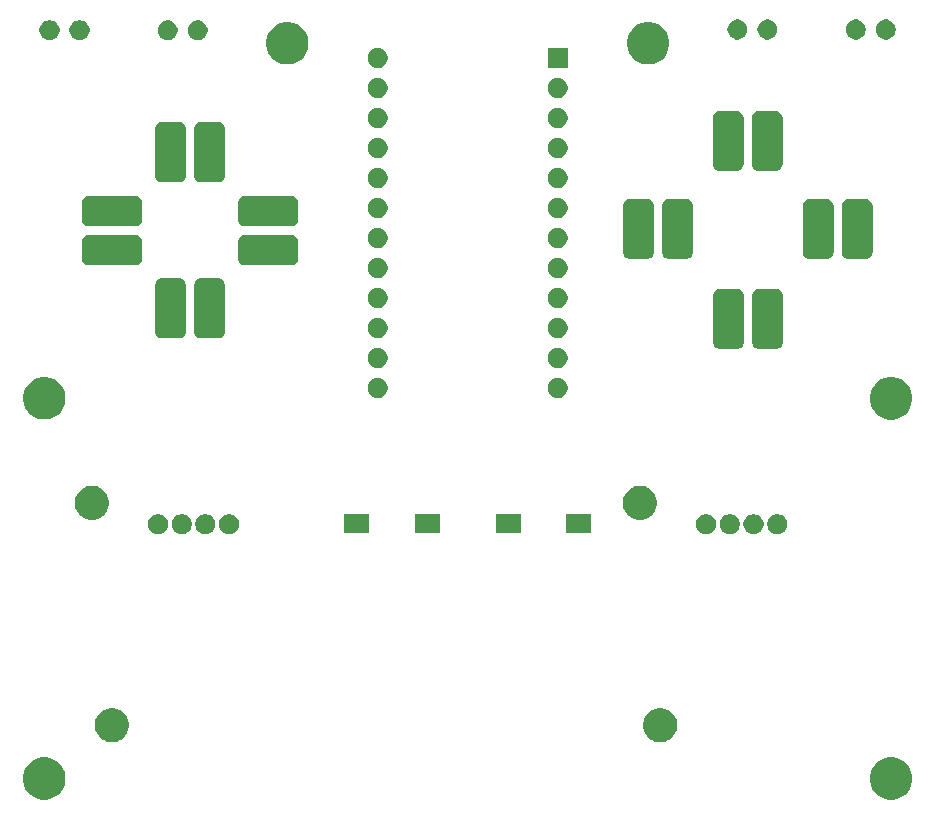
<source format=gbr>
G04 #@! TF.GenerationSoftware,KiCad,Pcbnew,5.0.2+dfsg1-1~bpo9+1*
G04 #@! TF.CreationDate,2019-08-16T14:47:34+01:00*
G04 #@! TF.ProjectId,retro_zero+a_controller,72657472-6f5f-47a6-9572-6f2b615f636f,rev?*
G04 #@! TF.SameCoordinates,Original*
G04 #@! TF.FileFunction,Soldermask,Top*
G04 #@! TF.FilePolarity,Negative*
%FSLAX46Y46*%
G04 Gerber Fmt 4.6, Leading zero omitted, Abs format (unit mm)*
G04 Created by KiCad (PCBNEW 5.0.2+dfsg1-1~bpo9+1) date Fri 16 Aug 2019 14:47:34 BST*
%MOMM*%
%LPD*%
G01*
G04 APERTURE LIST*
%ADD10C,0.100000*%
G04 APERTURE END LIST*
D10*
G36*
X169511531Y-121394711D02*
X169839292Y-121530474D01*
X170134273Y-121727574D01*
X170385126Y-121978427D01*
X170582226Y-122273408D01*
X170717989Y-122601169D01*
X170787200Y-122949116D01*
X170787200Y-123303884D01*
X170717989Y-123651831D01*
X170582226Y-123979592D01*
X170385126Y-124274573D01*
X170134273Y-124525426D01*
X169839292Y-124722526D01*
X169511531Y-124858289D01*
X169163584Y-124927500D01*
X168808816Y-124927500D01*
X168460869Y-124858289D01*
X168133108Y-124722526D01*
X167838127Y-124525426D01*
X167587274Y-124274573D01*
X167390174Y-123979592D01*
X167254411Y-123651831D01*
X167185200Y-123303884D01*
X167185200Y-122949116D01*
X167254411Y-122601169D01*
X167390174Y-122273408D01*
X167587274Y-121978427D01*
X167838127Y-121727574D01*
X168133108Y-121530474D01*
X168460869Y-121394711D01*
X168808816Y-121325500D01*
X169163584Y-121325500D01*
X169511531Y-121394711D01*
X169511531Y-121394711D01*
G37*
G36*
X97807331Y-121394711D02*
X98135092Y-121530474D01*
X98430073Y-121727574D01*
X98680926Y-121978427D01*
X98878026Y-122273408D01*
X99013789Y-122601169D01*
X99083000Y-122949116D01*
X99083000Y-123303884D01*
X99013789Y-123651831D01*
X98878026Y-123979592D01*
X98680926Y-124274573D01*
X98430073Y-124525426D01*
X98135092Y-124722526D01*
X97807331Y-124858289D01*
X97459384Y-124927500D01*
X97104616Y-124927500D01*
X96756669Y-124858289D01*
X96428908Y-124722526D01*
X96133927Y-124525426D01*
X95883074Y-124274573D01*
X95685974Y-123979592D01*
X95550211Y-123651831D01*
X95481000Y-123303884D01*
X95481000Y-122949116D01*
X95550211Y-122601169D01*
X95685974Y-122273408D01*
X95883074Y-121978427D01*
X96133927Y-121727574D01*
X96428908Y-121530474D01*
X96756669Y-121394711D01*
X97104616Y-121325500D01*
X97459384Y-121325500D01*
X97807331Y-121394711D01*
X97807331Y-121394711D01*
G37*
G36*
X149851438Y-117210060D02*
X149851440Y-117210061D01*
X149851441Y-117210061D01*
X150115506Y-117319440D01*
X150115507Y-117319441D01*
X150353162Y-117478237D01*
X150555263Y-117680338D01*
X150555265Y-117680341D01*
X150714060Y-117917994D01*
X150823439Y-118182059D01*
X150879200Y-118462389D01*
X150879200Y-118748211D01*
X150823439Y-119028541D01*
X150714060Y-119292606D01*
X150714059Y-119292607D01*
X150555263Y-119530262D01*
X150353162Y-119732363D01*
X150353159Y-119732365D01*
X150115506Y-119891160D01*
X149851441Y-120000539D01*
X149851440Y-120000539D01*
X149851438Y-120000540D01*
X149571112Y-120056300D01*
X149285288Y-120056300D01*
X149004962Y-120000540D01*
X149004960Y-120000539D01*
X149004959Y-120000539D01*
X148740894Y-119891160D01*
X148503241Y-119732365D01*
X148503238Y-119732363D01*
X148301137Y-119530262D01*
X148142341Y-119292607D01*
X148142340Y-119292606D01*
X148032961Y-119028541D01*
X147977200Y-118748211D01*
X147977200Y-118462389D01*
X148032961Y-118182059D01*
X148142340Y-117917994D01*
X148301135Y-117680341D01*
X148301137Y-117680338D01*
X148503238Y-117478237D01*
X148740893Y-117319441D01*
X148740894Y-117319440D01*
X149004959Y-117210061D01*
X149004960Y-117210061D01*
X149004962Y-117210060D01*
X149285288Y-117154300D01*
X149571112Y-117154300D01*
X149851438Y-117210060D01*
X149851438Y-117210060D01*
G37*
G36*
X103445638Y-117210060D02*
X103445640Y-117210061D01*
X103445641Y-117210061D01*
X103709706Y-117319440D01*
X103709707Y-117319441D01*
X103947362Y-117478237D01*
X104149463Y-117680338D01*
X104149465Y-117680341D01*
X104308260Y-117917994D01*
X104417639Y-118182059D01*
X104473400Y-118462389D01*
X104473400Y-118748211D01*
X104417639Y-119028541D01*
X104308260Y-119292606D01*
X104308259Y-119292607D01*
X104149463Y-119530262D01*
X103947362Y-119732363D01*
X103947359Y-119732365D01*
X103709706Y-119891160D01*
X103445641Y-120000539D01*
X103445640Y-120000539D01*
X103445638Y-120000540D01*
X103165312Y-120056300D01*
X102879488Y-120056300D01*
X102599162Y-120000540D01*
X102599160Y-120000539D01*
X102599159Y-120000539D01*
X102335094Y-119891160D01*
X102097441Y-119732365D01*
X102097438Y-119732363D01*
X101895337Y-119530262D01*
X101736541Y-119292607D01*
X101736540Y-119292606D01*
X101627161Y-119028541D01*
X101571400Y-118748211D01*
X101571400Y-118462389D01*
X101627161Y-118182059D01*
X101736540Y-117917994D01*
X101895335Y-117680341D01*
X101895337Y-117680338D01*
X102097438Y-117478237D01*
X102335093Y-117319441D01*
X102335094Y-117319440D01*
X102599159Y-117210061D01*
X102599160Y-117210061D01*
X102599162Y-117210060D01*
X102879488Y-117154300D01*
X103165312Y-117154300D01*
X103445638Y-117210060D01*
X103445638Y-117210060D01*
G37*
G36*
X159595128Y-100769003D02*
X159750000Y-100833153D01*
X159889381Y-100926285D01*
X160007915Y-101044819D01*
X160101047Y-101184200D01*
X160165197Y-101339072D01*
X160197900Y-101503484D01*
X160197900Y-101671116D01*
X160165197Y-101835528D01*
X160101047Y-101990400D01*
X160007915Y-102129781D01*
X159889381Y-102248315D01*
X159750000Y-102341447D01*
X159595128Y-102405597D01*
X159430716Y-102438300D01*
X159263084Y-102438300D01*
X159098672Y-102405597D01*
X158943800Y-102341447D01*
X158804419Y-102248315D01*
X158685885Y-102129781D01*
X158592753Y-101990400D01*
X158528603Y-101835528D01*
X158495900Y-101671116D01*
X158495900Y-101503484D01*
X158528603Y-101339072D01*
X158592753Y-101184200D01*
X158685885Y-101044819D01*
X158804419Y-100926285D01*
X158943800Y-100833153D01*
X159098672Y-100769003D01*
X159263084Y-100736300D01*
X159430716Y-100736300D01*
X159595128Y-100769003D01*
X159595128Y-100769003D01*
G37*
G36*
X153575328Y-100769003D02*
X153730200Y-100833153D01*
X153869581Y-100926285D01*
X153988115Y-101044819D01*
X154081247Y-101184200D01*
X154145397Y-101339072D01*
X154178100Y-101503484D01*
X154178100Y-101671116D01*
X154145397Y-101835528D01*
X154081247Y-101990400D01*
X153988115Y-102129781D01*
X153869581Y-102248315D01*
X153730200Y-102341447D01*
X153575328Y-102405597D01*
X153410916Y-102438300D01*
X153243284Y-102438300D01*
X153078872Y-102405597D01*
X152924000Y-102341447D01*
X152784619Y-102248315D01*
X152666085Y-102129781D01*
X152572953Y-101990400D01*
X152508803Y-101835528D01*
X152476100Y-101671116D01*
X152476100Y-101503484D01*
X152508803Y-101339072D01*
X152572953Y-101184200D01*
X152666085Y-101044819D01*
X152784619Y-100926285D01*
X152924000Y-100833153D01*
X153078872Y-100769003D01*
X153243284Y-100736300D01*
X153410916Y-100736300D01*
X153575328Y-100769003D01*
X153575328Y-100769003D01*
G37*
G36*
X155581928Y-100769003D02*
X155736800Y-100833153D01*
X155876181Y-100926285D01*
X155994715Y-101044819D01*
X156087847Y-101184200D01*
X156151997Y-101339072D01*
X156184700Y-101503484D01*
X156184700Y-101671116D01*
X156151997Y-101835528D01*
X156087847Y-101990400D01*
X155994715Y-102129781D01*
X155876181Y-102248315D01*
X155736800Y-102341447D01*
X155581928Y-102405597D01*
X155417516Y-102438300D01*
X155249884Y-102438300D01*
X155085472Y-102405597D01*
X154930600Y-102341447D01*
X154791219Y-102248315D01*
X154672685Y-102129781D01*
X154579553Y-101990400D01*
X154515403Y-101835528D01*
X154482700Y-101671116D01*
X154482700Y-101503484D01*
X154515403Y-101339072D01*
X154579553Y-101184200D01*
X154672685Y-101044819D01*
X154791219Y-100926285D01*
X154930600Y-100833153D01*
X155085472Y-100769003D01*
X155249884Y-100736300D01*
X155417516Y-100736300D01*
X155581928Y-100769003D01*
X155581928Y-100769003D01*
G37*
G36*
X157588528Y-100769003D02*
X157743400Y-100833153D01*
X157882781Y-100926285D01*
X158001315Y-101044819D01*
X158094447Y-101184200D01*
X158158597Y-101339072D01*
X158191300Y-101503484D01*
X158191300Y-101671116D01*
X158158597Y-101835528D01*
X158094447Y-101990400D01*
X158001315Y-102129781D01*
X157882781Y-102248315D01*
X157743400Y-102341447D01*
X157588528Y-102405597D01*
X157424116Y-102438300D01*
X157256484Y-102438300D01*
X157092072Y-102405597D01*
X156937200Y-102341447D01*
X156797819Y-102248315D01*
X156679285Y-102129781D01*
X156586153Y-101990400D01*
X156522003Y-101835528D01*
X156489300Y-101671116D01*
X156489300Y-101503484D01*
X156522003Y-101339072D01*
X156586153Y-101184200D01*
X156679285Y-101044819D01*
X156797819Y-100926285D01*
X156937200Y-100833153D01*
X157092072Y-100769003D01*
X157256484Y-100736300D01*
X157424116Y-100736300D01*
X157588528Y-100769003D01*
X157588528Y-100769003D01*
G37*
G36*
X113189328Y-100769003D02*
X113344200Y-100833153D01*
X113483581Y-100926285D01*
X113602115Y-101044819D01*
X113695247Y-101184200D01*
X113759397Y-101339072D01*
X113792100Y-101503484D01*
X113792100Y-101671116D01*
X113759397Y-101835528D01*
X113695247Y-101990400D01*
X113602115Y-102129781D01*
X113483581Y-102248315D01*
X113344200Y-102341447D01*
X113189328Y-102405597D01*
X113024916Y-102438300D01*
X112857284Y-102438300D01*
X112692872Y-102405597D01*
X112538000Y-102341447D01*
X112398619Y-102248315D01*
X112280085Y-102129781D01*
X112186953Y-101990400D01*
X112122803Y-101835528D01*
X112090100Y-101671116D01*
X112090100Y-101503484D01*
X112122803Y-101339072D01*
X112186953Y-101184200D01*
X112280085Y-101044819D01*
X112398619Y-100926285D01*
X112538000Y-100833153D01*
X112692872Y-100769003D01*
X112857284Y-100736300D01*
X113024916Y-100736300D01*
X113189328Y-100769003D01*
X113189328Y-100769003D01*
G37*
G36*
X111182728Y-100769003D02*
X111337600Y-100833153D01*
X111476981Y-100926285D01*
X111595515Y-101044819D01*
X111688647Y-101184200D01*
X111752797Y-101339072D01*
X111785500Y-101503484D01*
X111785500Y-101671116D01*
X111752797Y-101835528D01*
X111688647Y-101990400D01*
X111595515Y-102129781D01*
X111476981Y-102248315D01*
X111337600Y-102341447D01*
X111182728Y-102405597D01*
X111018316Y-102438300D01*
X110850684Y-102438300D01*
X110686272Y-102405597D01*
X110531400Y-102341447D01*
X110392019Y-102248315D01*
X110273485Y-102129781D01*
X110180353Y-101990400D01*
X110116203Y-101835528D01*
X110083500Y-101671116D01*
X110083500Y-101503484D01*
X110116203Y-101339072D01*
X110180353Y-101184200D01*
X110273485Y-101044819D01*
X110392019Y-100926285D01*
X110531400Y-100833153D01*
X110686272Y-100769003D01*
X110850684Y-100736300D01*
X111018316Y-100736300D01*
X111182728Y-100769003D01*
X111182728Y-100769003D01*
G37*
G36*
X109176128Y-100769003D02*
X109331000Y-100833153D01*
X109470381Y-100926285D01*
X109588915Y-101044819D01*
X109682047Y-101184200D01*
X109746197Y-101339072D01*
X109778900Y-101503484D01*
X109778900Y-101671116D01*
X109746197Y-101835528D01*
X109682047Y-101990400D01*
X109588915Y-102129781D01*
X109470381Y-102248315D01*
X109331000Y-102341447D01*
X109176128Y-102405597D01*
X109011716Y-102438300D01*
X108844084Y-102438300D01*
X108679672Y-102405597D01*
X108524800Y-102341447D01*
X108385419Y-102248315D01*
X108266885Y-102129781D01*
X108173753Y-101990400D01*
X108109603Y-101835528D01*
X108076900Y-101671116D01*
X108076900Y-101503484D01*
X108109603Y-101339072D01*
X108173753Y-101184200D01*
X108266885Y-101044819D01*
X108385419Y-100926285D01*
X108524800Y-100833153D01*
X108679672Y-100769003D01*
X108844084Y-100736300D01*
X109011716Y-100736300D01*
X109176128Y-100769003D01*
X109176128Y-100769003D01*
G37*
G36*
X107169528Y-100769003D02*
X107324400Y-100833153D01*
X107463781Y-100926285D01*
X107582315Y-101044819D01*
X107675447Y-101184200D01*
X107739597Y-101339072D01*
X107772300Y-101503484D01*
X107772300Y-101671116D01*
X107739597Y-101835528D01*
X107675447Y-101990400D01*
X107582315Y-102129781D01*
X107463781Y-102248315D01*
X107324400Y-102341447D01*
X107169528Y-102405597D01*
X107005116Y-102438300D01*
X106837484Y-102438300D01*
X106673072Y-102405597D01*
X106518200Y-102341447D01*
X106378819Y-102248315D01*
X106260285Y-102129781D01*
X106167153Y-101990400D01*
X106103003Y-101835528D01*
X106070300Y-101671116D01*
X106070300Y-101503484D01*
X106103003Y-101339072D01*
X106167153Y-101184200D01*
X106260285Y-101044819D01*
X106378819Y-100926285D01*
X106518200Y-100833153D01*
X106673072Y-100769003D01*
X106837484Y-100736300D01*
X107005116Y-100736300D01*
X107169528Y-100769003D01*
X107169528Y-100769003D01*
G37*
G36*
X124799800Y-102350200D02*
X122697800Y-102350200D01*
X122697800Y-100748200D01*
X124799800Y-100748200D01*
X124799800Y-102350200D01*
X124799800Y-102350200D01*
G37*
G36*
X130768800Y-102350200D02*
X128666800Y-102350200D01*
X128666800Y-100748200D01*
X130768800Y-100748200D01*
X130768800Y-102350200D01*
X130768800Y-102350200D01*
G37*
G36*
X143595800Y-102350200D02*
X141493800Y-102350200D01*
X141493800Y-100748200D01*
X143595800Y-100748200D01*
X143595800Y-102350200D01*
X143595800Y-102350200D01*
G37*
G36*
X137626800Y-102350200D02*
X135524800Y-102350200D01*
X135524800Y-100748200D01*
X137626800Y-100748200D01*
X137626800Y-102350200D01*
X137626800Y-102350200D01*
G37*
G36*
X101743838Y-98388660D02*
X101743840Y-98388661D01*
X101743841Y-98388661D01*
X102007906Y-98498040D01*
X102007907Y-98498041D01*
X102245562Y-98656837D01*
X102447663Y-98858938D01*
X102447665Y-98858941D01*
X102606460Y-99096594D01*
X102715839Y-99360659D01*
X102771600Y-99640989D01*
X102771600Y-99926811D01*
X102715839Y-100207141D01*
X102606460Y-100471206D01*
X102606459Y-100471207D01*
X102447663Y-100708862D01*
X102245562Y-100910963D01*
X102245559Y-100910965D01*
X102007906Y-101069760D01*
X101743841Y-101179139D01*
X101743840Y-101179139D01*
X101743838Y-101179140D01*
X101463512Y-101234900D01*
X101177688Y-101234900D01*
X100897362Y-101179140D01*
X100897360Y-101179139D01*
X100897359Y-101179139D01*
X100633294Y-101069760D01*
X100395641Y-100910965D01*
X100395638Y-100910963D01*
X100193537Y-100708862D01*
X100034741Y-100471207D01*
X100034740Y-100471206D01*
X99925361Y-100207141D01*
X99869600Y-99926811D01*
X99869600Y-99640989D01*
X99925361Y-99360659D01*
X100034740Y-99096594D01*
X100193535Y-98858941D01*
X100193537Y-98858938D01*
X100395638Y-98656837D01*
X100633293Y-98498041D01*
X100633294Y-98498040D01*
X100897359Y-98388661D01*
X100897360Y-98388661D01*
X100897362Y-98388660D01*
X101177688Y-98332900D01*
X101463512Y-98332900D01*
X101743838Y-98388660D01*
X101743838Y-98388660D01*
G37*
G36*
X148149638Y-98388660D02*
X148149640Y-98388661D01*
X148149641Y-98388661D01*
X148413706Y-98498040D01*
X148413707Y-98498041D01*
X148651362Y-98656837D01*
X148853463Y-98858938D01*
X148853465Y-98858941D01*
X149012260Y-99096594D01*
X149121639Y-99360659D01*
X149177400Y-99640989D01*
X149177400Y-99926811D01*
X149121639Y-100207141D01*
X149012260Y-100471206D01*
X149012259Y-100471207D01*
X148853463Y-100708862D01*
X148651362Y-100910963D01*
X148651359Y-100910965D01*
X148413706Y-101069760D01*
X148149641Y-101179139D01*
X148149640Y-101179139D01*
X148149638Y-101179140D01*
X147869312Y-101234900D01*
X147583488Y-101234900D01*
X147303162Y-101179140D01*
X147303160Y-101179139D01*
X147303159Y-101179139D01*
X147039094Y-101069760D01*
X146801441Y-100910965D01*
X146801438Y-100910963D01*
X146599337Y-100708862D01*
X146440541Y-100471207D01*
X146440540Y-100471206D01*
X146331161Y-100207141D01*
X146275400Y-99926811D01*
X146275400Y-99640989D01*
X146331161Y-99360659D01*
X146440540Y-99096594D01*
X146599335Y-98858941D01*
X146599337Y-98858938D01*
X146801438Y-98656837D01*
X147039093Y-98498041D01*
X147039094Y-98498040D01*
X147303159Y-98388661D01*
X147303160Y-98388661D01*
X147303162Y-98388660D01*
X147583488Y-98332900D01*
X147869312Y-98332900D01*
X148149638Y-98388660D01*
X148149638Y-98388660D01*
G37*
G36*
X169511531Y-89200211D02*
X169839292Y-89335974D01*
X170134273Y-89533074D01*
X170385126Y-89783927D01*
X170582226Y-90078908D01*
X170717989Y-90406669D01*
X170787200Y-90754616D01*
X170787200Y-91109384D01*
X170717989Y-91457331D01*
X170582226Y-91785092D01*
X170385126Y-92080073D01*
X170134273Y-92330926D01*
X169839292Y-92528026D01*
X169511531Y-92663789D01*
X169163584Y-92733000D01*
X168808816Y-92733000D01*
X168460869Y-92663789D01*
X168133108Y-92528026D01*
X167838127Y-92330926D01*
X167587274Y-92080073D01*
X167390174Y-91785092D01*
X167254411Y-91457331D01*
X167185200Y-91109384D01*
X167185200Y-90754616D01*
X167254411Y-90406669D01*
X167390174Y-90078908D01*
X167587274Y-89783927D01*
X167838127Y-89533074D01*
X168133108Y-89335974D01*
X168460869Y-89200211D01*
X168808816Y-89131000D01*
X169163584Y-89131000D01*
X169511531Y-89200211D01*
X169511531Y-89200211D01*
G37*
G36*
X97807331Y-89187511D02*
X98135092Y-89323274D01*
X98430073Y-89520374D01*
X98680926Y-89771227D01*
X98878026Y-90066208D01*
X99013789Y-90393969D01*
X99083000Y-90741916D01*
X99083000Y-91096684D01*
X99013789Y-91444631D01*
X98878026Y-91772392D01*
X98680926Y-92067373D01*
X98430073Y-92318226D01*
X98135092Y-92515326D01*
X97807331Y-92651089D01*
X97459384Y-92720300D01*
X97104616Y-92720300D01*
X96756669Y-92651089D01*
X96428908Y-92515326D01*
X96133927Y-92318226D01*
X95883074Y-92067373D01*
X95685974Y-91772392D01*
X95550211Y-91444631D01*
X95481000Y-91096684D01*
X95481000Y-90741916D01*
X95550211Y-90393969D01*
X95685974Y-90066208D01*
X95883074Y-89771227D01*
X96133927Y-89520374D01*
X96428908Y-89323274D01*
X96756669Y-89187511D01*
X97104616Y-89118300D01*
X97459384Y-89118300D01*
X97807331Y-89187511D01*
X97807331Y-89187511D01*
G37*
G36*
X141002328Y-89224703D02*
X141157200Y-89288853D01*
X141296581Y-89381985D01*
X141415115Y-89500519D01*
X141508247Y-89639900D01*
X141572397Y-89794772D01*
X141605100Y-89959184D01*
X141605100Y-90126816D01*
X141572397Y-90291228D01*
X141508247Y-90446100D01*
X141415115Y-90585481D01*
X141296581Y-90704015D01*
X141157200Y-90797147D01*
X141002328Y-90861297D01*
X140837916Y-90894000D01*
X140670284Y-90894000D01*
X140505872Y-90861297D01*
X140351000Y-90797147D01*
X140211619Y-90704015D01*
X140093085Y-90585481D01*
X139999953Y-90446100D01*
X139935803Y-90291228D01*
X139903100Y-90126816D01*
X139903100Y-89959184D01*
X139935803Y-89794772D01*
X139999953Y-89639900D01*
X140093085Y-89500519D01*
X140211619Y-89381985D01*
X140351000Y-89288853D01*
X140505872Y-89224703D01*
X140670284Y-89192000D01*
X140837916Y-89192000D01*
X141002328Y-89224703D01*
X141002328Y-89224703D01*
G37*
G36*
X125762328Y-89224703D02*
X125917200Y-89288853D01*
X126056581Y-89381985D01*
X126175115Y-89500519D01*
X126268247Y-89639900D01*
X126332397Y-89794772D01*
X126365100Y-89959184D01*
X126365100Y-90126816D01*
X126332397Y-90291228D01*
X126268247Y-90446100D01*
X126175115Y-90585481D01*
X126056581Y-90704015D01*
X125917200Y-90797147D01*
X125762328Y-90861297D01*
X125597916Y-90894000D01*
X125430284Y-90894000D01*
X125265872Y-90861297D01*
X125111000Y-90797147D01*
X124971619Y-90704015D01*
X124853085Y-90585481D01*
X124759953Y-90446100D01*
X124695803Y-90291228D01*
X124663100Y-90126816D01*
X124663100Y-89959184D01*
X124695803Y-89794772D01*
X124759953Y-89639900D01*
X124853085Y-89500519D01*
X124971619Y-89381985D01*
X125111000Y-89288853D01*
X125265872Y-89224703D01*
X125430284Y-89192000D01*
X125597916Y-89192000D01*
X125762328Y-89224703D01*
X125762328Y-89224703D01*
G37*
G36*
X141002328Y-86684703D02*
X141157200Y-86748853D01*
X141296581Y-86841985D01*
X141415115Y-86960519D01*
X141508247Y-87099900D01*
X141572397Y-87254772D01*
X141605100Y-87419184D01*
X141605100Y-87586816D01*
X141572397Y-87751228D01*
X141508247Y-87906100D01*
X141415115Y-88045481D01*
X141296581Y-88164015D01*
X141157200Y-88257147D01*
X141002328Y-88321297D01*
X140837916Y-88354000D01*
X140670284Y-88354000D01*
X140505872Y-88321297D01*
X140351000Y-88257147D01*
X140211619Y-88164015D01*
X140093085Y-88045481D01*
X139999953Y-87906100D01*
X139935803Y-87751228D01*
X139903100Y-87586816D01*
X139903100Y-87419184D01*
X139935803Y-87254772D01*
X139999953Y-87099900D01*
X140093085Y-86960519D01*
X140211619Y-86841985D01*
X140351000Y-86748853D01*
X140505872Y-86684703D01*
X140670284Y-86652000D01*
X140837916Y-86652000D01*
X141002328Y-86684703D01*
X141002328Y-86684703D01*
G37*
G36*
X125762328Y-86684703D02*
X125917200Y-86748853D01*
X126056581Y-86841985D01*
X126175115Y-86960519D01*
X126268247Y-87099900D01*
X126332397Y-87254772D01*
X126365100Y-87419184D01*
X126365100Y-87586816D01*
X126332397Y-87751228D01*
X126268247Y-87906100D01*
X126175115Y-88045481D01*
X126056581Y-88164015D01*
X125917200Y-88257147D01*
X125762328Y-88321297D01*
X125597916Y-88354000D01*
X125430284Y-88354000D01*
X125265872Y-88321297D01*
X125111000Y-88257147D01*
X124971619Y-88164015D01*
X124853085Y-88045481D01*
X124759953Y-87906100D01*
X124695803Y-87751228D01*
X124663100Y-87586816D01*
X124663100Y-87419184D01*
X124695803Y-87254772D01*
X124759953Y-87099900D01*
X124853085Y-86960519D01*
X124971619Y-86841985D01*
X125111000Y-86748853D01*
X125265872Y-86684703D01*
X125430284Y-86652000D01*
X125597916Y-86652000D01*
X125762328Y-86684703D01*
X125762328Y-86684703D01*
G37*
G36*
X159348991Y-81661891D02*
X159459191Y-81695320D01*
X159560737Y-81749597D01*
X159649751Y-81822649D01*
X159722803Y-81911663D01*
X159777080Y-82013209D01*
X159810509Y-82123409D01*
X159822400Y-82244140D01*
X159822400Y-86157860D01*
X159810509Y-86278591D01*
X159777080Y-86388791D01*
X159722803Y-86490337D01*
X159649751Y-86579351D01*
X159560737Y-86652403D01*
X159459191Y-86706680D01*
X159348991Y-86740109D01*
X159228260Y-86752000D01*
X157814540Y-86752000D01*
X157693809Y-86740109D01*
X157583609Y-86706680D01*
X157482063Y-86652403D01*
X157393049Y-86579351D01*
X157319997Y-86490337D01*
X157265720Y-86388791D01*
X157232291Y-86278591D01*
X157220400Y-86157860D01*
X157220400Y-82244140D01*
X157232291Y-82123409D01*
X157265720Y-82013209D01*
X157319997Y-81911663D01*
X157393049Y-81822649D01*
X157482063Y-81749597D01*
X157583609Y-81695320D01*
X157693809Y-81661891D01*
X157814540Y-81650000D01*
X159228260Y-81650000D01*
X159348991Y-81661891D01*
X159348991Y-81661891D01*
G37*
G36*
X156046991Y-81661891D02*
X156157191Y-81695320D01*
X156258737Y-81749597D01*
X156347751Y-81822649D01*
X156420803Y-81911663D01*
X156475080Y-82013209D01*
X156508509Y-82123409D01*
X156520400Y-82244140D01*
X156520400Y-86157860D01*
X156508509Y-86278591D01*
X156475080Y-86388791D01*
X156420803Y-86490337D01*
X156347751Y-86579351D01*
X156258737Y-86652403D01*
X156157191Y-86706680D01*
X156046991Y-86740109D01*
X155926260Y-86752000D01*
X154512540Y-86752000D01*
X154391809Y-86740109D01*
X154281609Y-86706680D01*
X154180063Y-86652403D01*
X154091049Y-86579351D01*
X154017997Y-86490337D01*
X153963720Y-86388791D01*
X153930291Y-86278591D01*
X153918400Y-86157860D01*
X153918400Y-82244140D01*
X153930291Y-82123409D01*
X153963720Y-82013209D01*
X154017997Y-81911663D01*
X154091049Y-81822649D01*
X154180063Y-81749597D01*
X154281609Y-81695320D01*
X154391809Y-81661891D01*
X154512540Y-81650000D01*
X155926260Y-81650000D01*
X156046991Y-81661891D01*
X156046991Y-81661891D01*
G37*
G36*
X108802991Y-80772891D02*
X108913191Y-80806320D01*
X109014737Y-80860597D01*
X109103751Y-80933649D01*
X109176803Y-81022663D01*
X109231080Y-81124209D01*
X109264509Y-81234409D01*
X109276400Y-81355140D01*
X109276400Y-85268860D01*
X109264509Y-85389591D01*
X109231080Y-85499791D01*
X109176803Y-85601337D01*
X109103751Y-85690351D01*
X109014737Y-85763403D01*
X108913191Y-85817680D01*
X108802991Y-85851109D01*
X108682260Y-85863000D01*
X107268540Y-85863000D01*
X107147809Y-85851109D01*
X107037609Y-85817680D01*
X106936063Y-85763403D01*
X106847049Y-85690351D01*
X106773997Y-85601337D01*
X106719720Y-85499791D01*
X106686291Y-85389591D01*
X106674400Y-85268860D01*
X106674400Y-81355140D01*
X106686291Y-81234409D01*
X106719720Y-81124209D01*
X106773997Y-81022663D01*
X106847049Y-80933649D01*
X106936063Y-80860597D01*
X107037609Y-80806320D01*
X107147809Y-80772891D01*
X107268540Y-80761000D01*
X108682260Y-80761000D01*
X108802991Y-80772891D01*
X108802991Y-80772891D01*
G37*
G36*
X112104991Y-80772891D02*
X112215191Y-80806320D01*
X112316737Y-80860597D01*
X112405751Y-80933649D01*
X112478803Y-81022663D01*
X112533080Y-81124209D01*
X112566509Y-81234409D01*
X112578400Y-81355140D01*
X112578400Y-85268860D01*
X112566509Y-85389591D01*
X112533080Y-85499791D01*
X112478803Y-85601337D01*
X112405751Y-85690351D01*
X112316737Y-85763403D01*
X112215191Y-85817680D01*
X112104991Y-85851109D01*
X111984260Y-85863000D01*
X110570540Y-85863000D01*
X110449809Y-85851109D01*
X110339609Y-85817680D01*
X110238063Y-85763403D01*
X110149049Y-85690351D01*
X110075997Y-85601337D01*
X110021720Y-85499791D01*
X109988291Y-85389591D01*
X109976400Y-85268860D01*
X109976400Y-81355140D01*
X109988291Y-81234409D01*
X110021720Y-81124209D01*
X110075997Y-81022663D01*
X110149049Y-80933649D01*
X110238063Y-80860597D01*
X110339609Y-80806320D01*
X110449809Y-80772891D01*
X110570540Y-80761000D01*
X111984260Y-80761000D01*
X112104991Y-80772891D01*
X112104991Y-80772891D01*
G37*
G36*
X141002328Y-84144703D02*
X141157200Y-84208853D01*
X141296581Y-84301985D01*
X141415115Y-84420519D01*
X141508247Y-84559900D01*
X141572397Y-84714772D01*
X141605100Y-84879184D01*
X141605100Y-85046816D01*
X141572397Y-85211228D01*
X141508247Y-85366100D01*
X141415115Y-85505481D01*
X141296581Y-85624015D01*
X141157200Y-85717147D01*
X141002328Y-85781297D01*
X140837916Y-85814000D01*
X140670284Y-85814000D01*
X140505872Y-85781297D01*
X140351000Y-85717147D01*
X140211619Y-85624015D01*
X140093085Y-85505481D01*
X139999953Y-85366100D01*
X139935803Y-85211228D01*
X139903100Y-85046816D01*
X139903100Y-84879184D01*
X139935803Y-84714772D01*
X139999953Y-84559900D01*
X140093085Y-84420519D01*
X140211619Y-84301985D01*
X140351000Y-84208853D01*
X140505872Y-84144703D01*
X140670284Y-84112000D01*
X140837916Y-84112000D01*
X141002328Y-84144703D01*
X141002328Y-84144703D01*
G37*
G36*
X125762328Y-84144703D02*
X125917200Y-84208853D01*
X126056581Y-84301985D01*
X126175115Y-84420519D01*
X126268247Y-84559900D01*
X126332397Y-84714772D01*
X126365100Y-84879184D01*
X126365100Y-85046816D01*
X126332397Y-85211228D01*
X126268247Y-85366100D01*
X126175115Y-85505481D01*
X126056581Y-85624015D01*
X125917200Y-85717147D01*
X125762328Y-85781297D01*
X125597916Y-85814000D01*
X125430284Y-85814000D01*
X125265872Y-85781297D01*
X125111000Y-85717147D01*
X124971619Y-85624015D01*
X124853085Y-85505481D01*
X124759953Y-85366100D01*
X124695803Y-85211228D01*
X124663100Y-85046816D01*
X124663100Y-84879184D01*
X124695803Y-84714772D01*
X124759953Y-84559900D01*
X124853085Y-84420519D01*
X124971619Y-84301985D01*
X125111000Y-84208853D01*
X125265872Y-84144703D01*
X125430284Y-84112000D01*
X125597916Y-84112000D01*
X125762328Y-84144703D01*
X125762328Y-84144703D01*
G37*
G36*
X125762328Y-81604703D02*
X125917200Y-81668853D01*
X126056581Y-81761985D01*
X126175115Y-81880519D01*
X126268247Y-82019900D01*
X126332397Y-82174772D01*
X126365100Y-82339184D01*
X126365100Y-82506816D01*
X126332397Y-82671228D01*
X126268247Y-82826100D01*
X126175115Y-82965481D01*
X126056581Y-83084015D01*
X125917200Y-83177147D01*
X125762328Y-83241297D01*
X125597916Y-83274000D01*
X125430284Y-83274000D01*
X125265872Y-83241297D01*
X125111000Y-83177147D01*
X124971619Y-83084015D01*
X124853085Y-82965481D01*
X124759953Y-82826100D01*
X124695803Y-82671228D01*
X124663100Y-82506816D01*
X124663100Y-82339184D01*
X124695803Y-82174772D01*
X124759953Y-82019900D01*
X124853085Y-81880519D01*
X124971619Y-81761985D01*
X125111000Y-81668853D01*
X125265872Y-81604703D01*
X125430284Y-81572000D01*
X125597916Y-81572000D01*
X125762328Y-81604703D01*
X125762328Y-81604703D01*
G37*
G36*
X141002328Y-81604703D02*
X141157200Y-81668853D01*
X141296581Y-81761985D01*
X141415115Y-81880519D01*
X141508247Y-82019900D01*
X141572397Y-82174772D01*
X141605100Y-82339184D01*
X141605100Y-82506816D01*
X141572397Y-82671228D01*
X141508247Y-82826100D01*
X141415115Y-82965481D01*
X141296581Y-83084015D01*
X141157200Y-83177147D01*
X141002328Y-83241297D01*
X140837916Y-83274000D01*
X140670284Y-83274000D01*
X140505872Y-83241297D01*
X140351000Y-83177147D01*
X140211619Y-83084015D01*
X140093085Y-82965481D01*
X139999953Y-82826100D01*
X139935803Y-82671228D01*
X139903100Y-82506816D01*
X139903100Y-82339184D01*
X139935803Y-82174772D01*
X139999953Y-82019900D01*
X140093085Y-81880519D01*
X140211619Y-81761985D01*
X140351000Y-81668853D01*
X140505872Y-81604703D01*
X140670284Y-81572000D01*
X140837916Y-81572000D01*
X141002328Y-81604703D01*
X141002328Y-81604703D01*
G37*
G36*
X141002328Y-79064703D02*
X141157200Y-79128853D01*
X141296581Y-79221985D01*
X141415115Y-79340519D01*
X141508247Y-79479900D01*
X141572397Y-79634772D01*
X141605100Y-79799184D01*
X141605100Y-79966816D01*
X141572397Y-80131228D01*
X141508247Y-80286100D01*
X141415115Y-80425481D01*
X141296581Y-80544015D01*
X141157200Y-80637147D01*
X141002328Y-80701297D01*
X140837916Y-80734000D01*
X140670284Y-80734000D01*
X140505872Y-80701297D01*
X140351000Y-80637147D01*
X140211619Y-80544015D01*
X140093085Y-80425481D01*
X139999953Y-80286100D01*
X139935803Y-80131228D01*
X139903100Y-79966816D01*
X139903100Y-79799184D01*
X139935803Y-79634772D01*
X139999953Y-79479900D01*
X140093085Y-79340519D01*
X140211619Y-79221985D01*
X140351000Y-79128853D01*
X140505872Y-79064703D01*
X140670284Y-79032000D01*
X140837916Y-79032000D01*
X141002328Y-79064703D01*
X141002328Y-79064703D01*
G37*
G36*
X125762328Y-79064703D02*
X125917200Y-79128853D01*
X126056581Y-79221985D01*
X126175115Y-79340519D01*
X126268247Y-79479900D01*
X126332397Y-79634772D01*
X126365100Y-79799184D01*
X126365100Y-79966816D01*
X126332397Y-80131228D01*
X126268247Y-80286100D01*
X126175115Y-80425481D01*
X126056581Y-80544015D01*
X125917200Y-80637147D01*
X125762328Y-80701297D01*
X125597916Y-80734000D01*
X125430284Y-80734000D01*
X125265872Y-80701297D01*
X125111000Y-80637147D01*
X124971619Y-80544015D01*
X124853085Y-80425481D01*
X124759953Y-80286100D01*
X124695803Y-80131228D01*
X124663100Y-79966816D01*
X124663100Y-79799184D01*
X124695803Y-79634772D01*
X124759953Y-79479900D01*
X124853085Y-79340519D01*
X124971619Y-79221985D01*
X125111000Y-79128853D01*
X125265872Y-79064703D01*
X125430284Y-79032000D01*
X125597916Y-79032000D01*
X125762328Y-79064703D01*
X125762328Y-79064703D01*
G37*
G36*
X105099991Y-77082591D02*
X105210191Y-77116020D01*
X105311737Y-77170297D01*
X105400751Y-77243349D01*
X105473803Y-77332363D01*
X105528080Y-77433909D01*
X105561509Y-77544109D01*
X105573400Y-77664840D01*
X105573400Y-79078560D01*
X105561509Y-79199291D01*
X105528080Y-79309491D01*
X105473803Y-79411037D01*
X105400751Y-79500051D01*
X105311737Y-79573103D01*
X105210191Y-79627380D01*
X105099991Y-79660809D01*
X104979260Y-79672700D01*
X101065540Y-79672700D01*
X100944809Y-79660809D01*
X100834609Y-79627380D01*
X100733063Y-79573103D01*
X100644049Y-79500051D01*
X100570997Y-79411037D01*
X100516720Y-79309491D01*
X100483291Y-79199291D01*
X100471400Y-79078560D01*
X100471400Y-77664840D01*
X100483291Y-77544109D01*
X100516720Y-77433909D01*
X100570997Y-77332363D01*
X100644049Y-77243349D01*
X100733063Y-77170297D01*
X100834609Y-77116020D01*
X100944809Y-77082591D01*
X101065540Y-77070700D01*
X104979260Y-77070700D01*
X105099991Y-77082591D01*
X105099991Y-77082591D01*
G37*
G36*
X118333391Y-77082591D02*
X118443591Y-77116020D01*
X118545137Y-77170297D01*
X118634151Y-77243349D01*
X118707203Y-77332363D01*
X118761480Y-77433909D01*
X118794909Y-77544109D01*
X118806800Y-77664840D01*
X118806800Y-79078560D01*
X118794909Y-79199291D01*
X118761480Y-79309491D01*
X118707203Y-79411037D01*
X118634151Y-79500051D01*
X118545137Y-79573103D01*
X118443591Y-79627380D01*
X118333391Y-79660809D01*
X118212660Y-79672700D01*
X114298940Y-79672700D01*
X114178209Y-79660809D01*
X114068009Y-79627380D01*
X113966463Y-79573103D01*
X113877449Y-79500051D01*
X113804397Y-79411037D01*
X113750120Y-79309491D01*
X113716691Y-79199291D01*
X113704800Y-79078560D01*
X113704800Y-77664840D01*
X113716691Y-77544109D01*
X113750120Y-77433909D01*
X113804397Y-77332363D01*
X113877449Y-77243349D01*
X113966463Y-77170297D01*
X114068009Y-77116020D01*
X114178209Y-77082591D01*
X114298940Y-77070700D01*
X118212660Y-77070700D01*
X118333391Y-77082591D01*
X118333391Y-77082591D01*
G37*
G36*
X166943591Y-74029191D02*
X167053791Y-74062620D01*
X167155337Y-74116897D01*
X167244351Y-74189949D01*
X167317403Y-74278963D01*
X167371680Y-74380509D01*
X167405109Y-74490709D01*
X167417000Y-74611440D01*
X167417000Y-78525160D01*
X167405109Y-78645891D01*
X167371680Y-78756091D01*
X167317403Y-78857637D01*
X167244351Y-78946651D01*
X167155337Y-79019703D01*
X167053791Y-79073980D01*
X166943591Y-79107409D01*
X166822860Y-79119300D01*
X165409140Y-79119300D01*
X165288409Y-79107409D01*
X165178209Y-79073980D01*
X165076663Y-79019703D01*
X164987649Y-78946651D01*
X164914597Y-78857637D01*
X164860320Y-78756091D01*
X164826891Y-78645891D01*
X164815000Y-78525160D01*
X164815000Y-74611440D01*
X164826891Y-74490709D01*
X164860320Y-74380509D01*
X164914597Y-74278963D01*
X164987649Y-74189949D01*
X165076663Y-74116897D01*
X165178209Y-74062620D01*
X165288409Y-74029191D01*
X165409140Y-74017300D01*
X166822860Y-74017300D01*
X166943591Y-74029191D01*
X166943591Y-74029191D01*
G37*
G36*
X151728991Y-74029191D02*
X151839191Y-74062620D01*
X151940737Y-74116897D01*
X152029751Y-74189949D01*
X152102803Y-74278963D01*
X152157080Y-74380509D01*
X152190509Y-74490709D01*
X152202400Y-74611440D01*
X152202400Y-78525160D01*
X152190509Y-78645891D01*
X152157080Y-78756091D01*
X152102803Y-78857637D01*
X152029751Y-78946651D01*
X151940737Y-79019703D01*
X151839191Y-79073980D01*
X151728991Y-79107409D01*
X151608260Y-79119300D01*
X150194540Y-79119300D01*
X150073809Y-79107409D01*
X149963609Y-79073980D01*
X149862063Y-79019703D01*
X149773049Y-78946651D01*
X149699997Y-78857637D01*
X149645720Y-78756091D01*
X149612291Y-78645891D01*
X149600400Y-78525160D01*
X149600400Y-74611440D01*
X149612291Y-74490709D01*
X149645720Y-74380509D01*
X149699997Y-74278963D01*
X149773049Y-74189949D01*
X149862063Y-74116897D01*
X149963609Y-74062620D01*
X150073809Y-74029191D01*
X150194540Y-74017300D01*
X151608260Y-74017300D01*
X151728991Y-74029191D01*
X151728991Y-74029191D01*
G37*
G36*
X163641591Y-74029191D02*
X163751791Y-74062620D01*
X163853337Y-74116897D01*
X163942351Y-74189949D01*
X164015403Y-74278963D01*
X164069680Y-74380509D01*
X164103109Y-74490709D01*
X164115000Y-74611440D01*
X164115000Y-78525160D01*
X164103109Y-78645891D01*
X164069680Y-78756091D01*
X164015403Y-78857637D01*
X163942351Y-78946651D01*
X163853337Y-79019703D01*
X163751791Y-79073980D01*
X163641591Y-79107409D01*
X163520860Y-79119300D01*
X162107140Y-79119300D01*
X161986409Y-79107409D01*
X161876209Y-79073980D01*
X161774663Y-79019703D01*
X161685649Y-78946651D01*
X161612597Y-78857637D01*
X161558320Y-78756091D01*
X161524891Y-78645891D01*
X161513000Y-78525160D01*
X161513000Y-74611440D01*
X161524891Y-74490709D01*
X161558320Y-74380509D01*
X161612597Y-74278963D01*
X161685649Y-74189949D01*
X161774663Y-74116897D01*
X161876209Y-74062620D01*
X161986409Y-74029191D01*
X162107140Y-74017300D01*
X163520860Y-74017300D01*
X163641591Y-74029191D01*
X163641591Y-74029191D01*
G37*
G36*
X148426991Y-74029191D02*
X148537191Y-74062620D01*
X148638737Y-74116897D01*
X148727751Y-74189949D01*
X148800803Y-74278963D01*
X148855080Y-74380509D01*
X148888509Y-74490709D01*
X148900400Y-74611440D01*
X148900400Y-78525160D01*
X148888509Y-78645891D01*
X148855080Y-78756091D01*
X148800803Y-78857637D01*
X148727751Y-78946651D01*
X148638737Y-79019703D01*
X148537191Y-79073980D01*
X148426991Y-79107409D01*
X148306260Y-79119300D01*
X146892540Y-79119300D01*
X146771809Y-79107409D01*
X146661609Y-79073980D01*
X146560063Y-79019703D01*
X146471049Y-78946651D01*
X146397997Y-78857637D01*
X146343720Y-78756091D01*
X146310291Y-78645891D01*
X146298400Y-78525160D01*
X146298400Y-74611440D01*
X146310291Y-74490709D01*
X146343720Y-74380509D01*
X146397997Y-74278963D01*
X146471049Y-74189949D01*
X146560063Y-74116897D01*
X146661609Y-74062620D01*
X146771809Y-74029191D01*
X146892540Y-74017300D01*
X148306260Y-74017300D01*
X148426991Y-74029191D01*
X148426991Y-74029191D01*
G37*
G36*
X141002328Y-76524703D02*
X141157200Y-76588853D01*
X141296581Y-76681985D01*
X141415115Y-76800519D01*
X141508247Y-76939900D01*
X141572397Y-77094772D01*
X141605100Y-77259184D01*
X141605100Y-77426816D01*
X141572397Y-77591228D01*
X141508247Y-77746100D01*
X141415115Y-77885481D01*
X141296581Y-78004015D01*
X141157200Y-78097147D01*
X141002328Y-78161297D01*
X140837916Y-78194000D01*
X140670284Y-78194000D01*
X140505872Y-78161297D01*
X140351000Y-78097147D01*
X140211619Y-78004015D01*
X140093085Y-77885481D01*
X139999953Y-77746100D01*
X139935803Y-77591228D01*
X139903100Y-77426816D01*
X139903100Y-77259184D01*
X139935803Y-77094772D01*
X139999953Y-76939900D01*
X140093085Y-76800519D01*
X140211619Y-76681985D01*
X140351000Y-76588853D01*
X140505872Y-76524703D01*
X140670284Y-76492000D01*
X140837916Y-76492000D01*
X141002328Y-76524703D01*
X141002328Y-76524703D01*
G37*
G36*
X125762328Y-76524703D02*
X125917200Y-76588853D01*
X126056581Y-76681985D01*
X126175115Y-76800519D01*
X126268247Y-76939900D01*
X126332397Y-77094772D01*
X126365100Y-77259184D01*
X126365100Y-77426816D01*
X126332397Y-77591228D01*
X126268247Y-77746100D01*
X126175115Y-77885481D01*
X126056581Y-78004015D01*
X125917200Y-78097147D01*
X125762328Y-78161297D01*
X125597916Y-78194000D01*
X125430284Y-78194000D01*
X125265872Y-78161297D01*
X125111000Y-78097147D01*
X124971619Y-78004015D01*
X124853085Y-77885481D01*
X124759953Y-77746100D01*
X124695803Y-77591228D01*
X124663100Y-77426816D01*
X124663100Y-77259184D01*
X124695803Y-77094772D01*
X124759953Y-76939900D01*
X124853085Y-76800519D01*
X124971619Y-76681985D01*
X125111000Y-76588853D01*
X125265872Y-76524703D01*
X125430284Y-76492000D01*
X125597916Y-76492000D01*
X125762328Y-76524703D01*
X125762328Y-76524703D01*
G37*
G36*
X118333391Y-73780591D02*
X118443591Y-73814020D01*
X118545137Y-73868297D01*
X118634151Y-73941349D01*
X118707203Y-74030363D01*
X118761480Y-74131909D01*
X118794909Y-74242109D01*
X118806800Y-74362840D01*
X118806800Y-75776560D01*
X118794909Y-75897291D01*
X118761480Y-76007491D01*
X118707203Y-76109037D01*
X118634151Y-76198051D01*
X118545137Y-76271103D01*
X118443591Y-76325380D01*
X118333391Y-76358809D01*
X118212660Y-76370700D01*
X114298940Y-76370700D01*
X114178209Y-76358809D01*
X114068009Y-76325380D01*
X113966463Y-76271103D01*
X113877449Y-76198051D01*
X113804397Y-76109037D01*
X113750120Y-76007491D01*
X113716691Y-75897291D01*
X113704800Y-75776560D01*
X113704800Y-74362840D01*
X113716691Y-74242109D01*
X113750120Y-74131909D01*
X113804397Y-74030363D01*
X113877449Y-73941349D01*
X113966463Y-73868297D01*
X114068009Y-73814020D01*
X114178209Y-73780591D01*
X114298940Y-73768700D01*
X118212660Y-73768700D01*
X118333391Y-73780591D01*
X118333391Y-73780591D01*
G37*
G36*
X105099991Y-73780591D02*
X105210191Y-73814020D01*
X105311737Y-73868297D01*
X105400751Y-73941349D01*
X105473803Y-74030363D01*
X105528080Y-74131909D01*
X105561509Y-74242109D01*
X105573400Y-74362840D01*
X105573400Y-75776560D01*
X105561509Y-75897291D01*
X105528080Y-76007491D01*
X105473803Y-76109037D01*
X105400751Y-76198051D01*
X105311737Y-76271103D01*
X105210191Y-76325380D01*
X105099991Y-76358809D01*
X104979260Y-76370700D01*
X101065540Y-76370700D01*
X100944809Y-76358809D01*
X100834609Y-76325380D01*
X100733063Y-76271103D01*
X100644049Y-76198051D01*
X100570997Y-76109037D01*
X100516720Y-76007491D01*
X100483291Y-75897291D01*
X100471400Y-75776560D01*
X100471400Y-74362840D01*
X100483291Y-74242109D01*
X100516720Y-74131909D01*
X100570997Y-74030363D01*
X100644049Y-73941349D01*
X100733063Y-73868297D01*
X100834609Y-73814020D01*
X100944809Y-73780591D01*
X101065540Y-73768700D01*
X104979260Y-73768700D01*
X105099991Y-73780591D01*
X105099991Y-73780591D01*
G37*
G36*
X141002328Y-73984703D02*
X141157200Y-74048853D01*
X141296581Y-74141985D01*
X141415115Y-74260519D01*
X141508247Y-74399900D01*
X141572397Y-74554772D01*
X141605100Y-74719184D01*
X141605100Y-74886816D01*
X141572397Y-75051228D01*
X141508247Y-75206100D01*
X141415115Y-75345481D01*
X141296581Y-75464015D01*
X141157200Y-75557147D01*
X141002328Y-75621297D01*
X140837916Y-75654000D01*
X140670284Y-75654000D01*
X140505872Y-75621297D01*
X140351000Y-75557147D01*
X140211619Y-75464015D01*
X140093085Y-75345481D01*
X139999953Y-75206100D01*
X139935803Y-75051228D01*
X139903100Y-74886816D01*
X139903100Y-74719184D01*
X139935803Y-74554772D01*
X139999953Y-74399900D01*
X140093085Y-74260519D01*
X140211619Y-74141985D01*
X140351000Y-74048853D01*
X140505872Y-73984703D01*
X140670284Y-73952000D01*
X140837916Y-73952000D01*
X141002328Y-73984703D01*
X141002328Y-73984703D01*
G37*
G36*
X125762328Y-73984703D02*
X125917200Y-74048853D01*
X126056581Y-74141985D01*
X126175115Y-74260519D01*
X126268247Y-74399900D01*
X126332397Y-74554772D01*
X126365100Y-74719184D01*
X126365100Y-74886816D01*
X126332397Y-75051228D01*
X126268247Y-75206100D01*
X126175115Y-75345481D01*
X126056581Y-75464015D01*
X125917200Y-75557147D01*
X125762328Y-75621297D01*
X125597916Y-75654000D01*
X125430284Y-75654000D01*
X125265872Y-75621297D01*
X125111000Y-75557147D01*
X124971619Y-75464015D01*
X124853085Y-75345481D01*
X124759953Y-75206100D01*
X124695803Y-75051228D01*
X124663100Y-74886816D01*
X124663100Y-74719184D01*
X124695803Y-74554772D01*
X124759953Y-74399900D01*
X124853085Y-74260519D01*
X124971619Y-74141985D01*
X125111000Y-74048853D01*
X125265872Y-73984703D01*
X125430284Y-73952000D01*
X125597916Y-73952000D01*
X125762328Y-73984703D01*
X125762328Y-73984703D01*
G37*
G36*
X141002328Y-71444703D02*
X141157200Y-71508853D01*
X141296581Y-71601985D01*
X141415115Y-71720519D01*
X141508247Y-71859900D01*
X141572397Y-72014772D01*
X141605100Y-72179184D01*
X141605100Y-72346816D01*
X141572397Y-72511228D01*
X141508247Y-72666100D01*
X141415115Y-72805481D01*
X141296581Y-72924015D01*
X141157200Y-73017147D01*
X141002328Y-73081297D01*
X140837916Y-73114000D01*
X140670284Y-73114000D01*
X140505872Y-73081297D01*
X140351000Y-73017147D01*
X140211619Y-72924015D01*
X140093085Y-72805481D01*
X139999953Y-72666100D01*
X139935803Y-72511228D01*
X139903100Y-72346816D01*
X139903100Y-72179184D01*
X139935803Y-72014772D01*
X139999953Y-71859900D01*
X140093085Y-71720519D01*
X140211619Y-71601985D01*
X140351000Y-71508853D01*
X140505872Y-71444703D01*
X140670284Y-71412000D01*
X140837916Y-71412000D01*
X141002328Y-71444703D01*
X141002328Y-71444703D01*
G37*
G36*
X125762328Y-71444703D02*
X125917200Y-71508853D01*
X126056581Y-71601985D01*
X126175115Y-71720519D01*
X126268247Y-71859900D01*
X126332397Y-72014772D01*
X126365100Y-72179184D01*
X126365100Y-72346816D01*
X126332397Y-72511228D01*
X126268247Y-72666100D01*
X126175115Y-72805481D01*
X126056581Y-72924015D01*
X125917200Y-73017147D01*
X125762328Y-73081297D01*
X125597916Y-73114000D01*
X125430284Y-73114000D01*
X125265872Y-73081297D01*
X125111000Y-73017147D01*
X124971619Y-72924015D01*
X124853085Y-72805481D01*
X124759953Y-72666100D01*
X124695803Y-72511228D01*
X124663100Y-72346816D01*
X124663100Y-72179184D01*
X124695803Y-72014772D01*
X124759953Y-71859900D01*
X124853085Y-71720519D01*
X124971619Y-71601985D01*
X125111000Y-71508853D01*
X125265872Y-71444703D01*
X125430284Y-71412000D01*
X125597916Y-71412000D01*
X125762328Y-71444703D01*
X125762328Y-71444703D01*
G37*
G36*
X108802991Y-67539491D02*
X108913191Y-67572920D01*
X109014737Y-67627197D01*
X109103751Y-67700249D01*
X109176803Y-67789263D01*
X109231080Y-67890809D01*
X109264509Y-68001009D01*
X109276400Y-68121740D01*
X109276400Y-72035460D01*
X109264509Y-72156191D01*
X109231080Y-72266391D01*
X109176803Y-72367937D01*
X109103751Y-72456951D01*
X109014737Y-72530003D01*
X108913191Y-72584280D01*
X108802991Y-72617709D01*
X108682260Y-72629600D01*
X107268540Y-72629600D01*
X107147809Y-72617709D01*
X107037609Y-72584280D01*
X106936063Y-72530003D01*
X106847049Y-72456951D01*
X106773997Y-72367937D01*
X106719720Y-72266391D01*
X106686291Y-72156191D01*
X106674400Y-72035460D01*
X106674400Y-68121740D01*
X106686291Y-68001009D01*
X106719720Y-67890809D01*
X106773997Y-67789263D01*
X106847049Y-67700249D01*
X106936063Y-67627197D01*
X107037609Y-67572920D01*
X107147809Y-67539491D01*
X107268540Y-67527600D01*
X108682260Y-67527600D01*
X108802991Y-67539491D01*
X108802991Y-67539491D01*
G37*
G36*
X112104991Y-67539491D02*
X112215191Y-67572920D01*
X112316737Y-67627197D01*
X112405751Y-67700249D01*
X112478803Y-67789263D01*
X112533080Y-67890809D01*
X112566509Y-68001009D01*
X112578400Y-68121740D01*
X112578400Y-72035460D01*
X112566509Y-72156191D01*
X112533080Y-72266391D01*
X112478803Y-72367937D01*
X112405751Y-72456951D01*
X112316737Y-72530003D01*
X112215191Y-72584280D01*
X112104991Y-72617709D01*
X111984260Y-72629600D01*
X110570540Y-72629600D01*
X110449809Y-72617709D01*
X110339609Y-72584280D01*
X110238063Y-72530003D01*
X110149049Y-72456951D01*
X110075997Y-72367937D01*
X110021720Y-72266391D01*
X109988291Y-72156191D01*
X109976400Y-72035460D01*
X109976400Y-68121740D01*
X109988291Y-68001009D01*
X110021720Y-67890809D01*
X110075997Y-67789263D01*
X110149049Y-67700249D01*
X110238063Y-67627197D01*
X110339609Y-67572920D01*
X110449809Y-67539491D01*
X110570540Y-67527600D01*
X111984260Y-67527600D01*
X112104991Y-67539491D01*
X112104991Y-67539491D01*
G37*
G36*
X156021591Y-66574291D02*
X156131791Y-66607720D01*
X156233337Y-66661997D01*
X156322351Y-66735049D01*
X156395403Y-66824063D01*
X156449680Y-66925609D01*
X156483109Y-67035809D01*
X156495000Y-67156540D01*
X156495000Y-71070260D01*
X156483109Y-71190991D01*
X156449680Y-71301191D01*
X156395403Y-71402737D01*
X156322351Y-71491751D01*
X156233337Y-71564803D01*
X156131791Y-71619080D01*
X156021591Y-71652509D01*
X155900860Y-71664400D01*
X154487140Y-71664400D01*
X154366409Y-71652509D01*
X154256209Y-71619080D01*
X154154663Y-71564803D01*
X154065649Y-71491751D01*
X153992597Y-71402737D01*
X153938320Y-71301191D01*
X153904891Y-71190991D01*
X153893000Y-71070260D01*
X153893000Y-67156540D01*
X153904891Y-67035809D01*
X153938320Y-66925609D01*
X153992597Y-66824063D01*
X154065649Y-66735049D01*
X154154663Y-66661997D01*
X154256209Y-66607720D01*
X154366409Y-66574291D01*
X154487140Y-66562400D01*
X155900860Y-66562400D01*
X156021591Y-66574291D01*
X156021591Y-66574291D01*
G37*
G36*
X159323591Y-66574291D02*
X159433791Y-66607720D01*
X159535337Y-66661997D01*
X159624351Y-66735049D01*
X159697403Y-66824063D01*
X159751680Y-66925609D01*
X159785109Y-67035809D01*
X159797000Y-67156540D01*
X159797000Y-71070260D01*
X159785109Y-71190991D01*
X159751680Y-71301191D01*
X159697403Y-71402737D01*
X159624351Y-71491751D01*
X159535337Y-71564803D01*
X159433791Y-71619080D01*
X159323591Y-71652509D01*
X159202860Y-71664400D01*
X157789140Y-71664400D01*
X157668409Y-71652509D01*
X157558209Y-71619080D01*
X157456663Y-71564803D01*
X157367649Y-71491751D01*
X157294597Y-71402737D01*
X157240320Y-71301191D01*
X157206891Y-71190991D01*
X157195000Y-71070260D01*
X157195000Y-67156540D01*
X157206891Y-67035809D01*
X157240320Y-66925609D01*
X157294597Y-66824063D01*
X157367649Y-66735049D01*
X157456663Y-66661997D01*
X157558209Y-66607720D01*
X157668409Y-66574291D01*
X157789140Y-66562400D01*
X159202860Y-66562400D01*
X159323591Y-66574291D01*
X159323591Y-66574291D01*
G37*
G36*
X141002328Y-68904703D02*
X141157200Y-68968853D01*
X141296581Y-69061985D01*
X141415115Y-69180519D01*
X141508247Y-69319900D01*
X141572397Y-69474772D01*
X141605100Y-69639184D01*
X141605100Y-69806816D01*
X141572397Y-69971228D01*
X141508247Y-70126100D01*
X141415115Y-70265481D01*
X141296581Y-70384015D01*
X141157200Y-70477147D01*
X141002328Y-70541297D01*
X140837916Y-70574000D01*
X140670284Y-70574000D01*
X140505872Y-70541297D01*
X140351000Y-70477147D01*
X140211619Y-70384015D01*
X140093085Y-70265481D01*
X139999953Y-70126100D01*
X139935803Y-69971228D01*
X139903100Y-69806816D01*
X139903100Y-69639184D01*
X139935803Y-69474772D01*
X139999953Y-69319900D01*
X140093085Y-69180519D01*
X140211619Y-69061985D01*
X140351000Y-68968853D01*
X140505872Y-68904703D01*
X140670284Y-68872000D01*
X140837916Y-68872000D01*
X141002328Y-68904703D01*
X141002328Y-68904703D01*
G37*
G36*
X125762328Y-68904703D02*
X125917200Y-68968853D01*
X126056581Y-69061985D01*
X126175115Y-69180519D01*
X126268247Y-69319900D01*
X126332397Y-69474772D01*
X126365100Y-69639184D01*
X126365100Y-69806816D01*
X126332397Y-69971228D01*
X126268247Y-70126100D01*
X126175115Y-70265481D01*
X126056581Y-70384015D01*
X125917200Y-70477147D01*
X125762328Y-70541297D01*
X125597916Y-70574000D01*
X125430284Y-70574000D01*
X125265872Y-70541297D01*
X125111000Y-70477147D01*
X124971619Y-70384015D01*
X124853085Y-70265481D01*
X124759953Y-70126100D01*
X124695803Y-69971228D01*
X124663100Y-69806816D01*
X124663100Y-69639184D01*
X124695803Y-69474772D01*
X124759953Y-69319900D01*
X124853085Y-69180519D01*
X124971619Y-69061985D01*
X125111000Y-68968853D01*
X125265872Y-68904703D01*
X125430284Y-68872000D01*
X125597916Y-68872000D01*
X125762328Y-68904703D01*
X125762328Y-68904703D01*
G37*
G36*
X141002328Y-66364703D02*
X141157200Y-66428853D01*
X141296581Y-66521985D01*
X141415115Y-66640519D01*
X141508247Y-66779900D01*
X141572397Y-66934772D01*
X141605100Y-67099184D01*
X141605100Y-67266816D01*
X141572397Y-67431228D01*
X141508247Y-67586100D01*
X141415115Y-67725481D01*
X141296581Y-67844015D01*
X141157200Y-67937147D01*
X141002328Y-68001297D01*
X140837916Y-68034000D01*
X140670284Y-68034000D01*
X140505872Y-68001297D01*
X140351000Y-67937147D01*
X140211619Y-67844015D01*
X140093085Y-67725481D01*
X139999953Y-67586100D01*
X139935803Y-67431228D01*
X139903100Y-67266816D01*
X139903100Y-67099184D01*
X139935803Y-66934772D01*
X139999953Y-66779900D01*
X140093085Y-66640519D01*
X140211619Y-66521985D01*
X140351000Y-66428853D01*
X140505872Y-66364703D01*
X140670284Y-66332000D01*
X140837916Y-66332000D01*
X141002328Y-66364703D01*
X141002328Y-66364703D01*
G37*
G36*
X125762328Y-66364703D02*
X125917200Y-66428853D01*
X126056581Y-66521985D01*
X126175115Y-66640519D01*
X126268247Y-66779900D01*
X126332397Y-66934772D01*
X126365100Y-67099184D01*
X126365100Y-67266816D01*
X126332397Y-67431228D01*
X126268247Y-67586100D01*
X126175115Y-67725481D01*
X126056581Y-67844015D01*
X125917200Y-67937147D01*
X125762328Y-68001297D01*
X125597916Y-68034000D01*
X125430284Y-68034000D01*
X125265872Y-68001297D01*
X125111000Y-67937147D01*
X124971619Y-67844015D01*
X124853085Y-67725481D01*
X124759953Y-67586100D01*
X124695803Y-67431228D01*
X124663100Y-67266816D01*
X124663100Y-67099184D01*
X124695803Y-66934772D01*
X124759953Y-66779900D01*
X124853085Y-66640519D01*
X124971619Y-66521985D01*
X125111000Y-66428853D01*
X125265872Y-66364703D01*
X125430284Y-66332000D01*
X125597916Y-66332000D01*
X125762328Y-66364703D01*
X125762328Y-66364703D01*
G37*
G36*
X141002328Y-63824703D02*
X141157200Y-63888853D01*
X141296581Y-63981985D01*
X141415115Y-64100519D01*
X141508247Y-64239900D01*
X141572397Y-64394772D01*
X141605100Y-64559184D01*
X141605100Y-64726816D01*
X141572397Y-64891228D01*
X141508247Y-65046100D01*
X141415115Y-65185481D01*
X141296581Y-65304015D01*
X141157200Y-65397147D01*
X141002328Y-65461297D01*
X140837916Y-65494000D01*
X140670284Y-65494000D01*
X140505872Y-65461297D01*
X140351000Y-65397147D01*
X140211619Y-65304015D01*
X140093085Y-65185481D01*
X139999953Y-65046100D01*
X139935803Y-64891228D01*
X139903100Y-64726816D01*
X139903100Y-64559184D01*
X139935803Y-64394772D01*
X139999953Y-64239900D01*
X140093085Y-64100519D01*
X140211619Y-63981985D01*
X140351000Y-63888853D01*
X140505872Y-63824703D01*
X140670284Y-63792000D01*
X140837916Y-63792000D01*
X141002328Y-63824703D01*
X141002328Y-63824703D01*
G37*
G36*
X125762328Y-63824703D02*
X125917200Y-63888853D01*
X126056581Y-63981985D01*
X126175115Y-64100519D01*
X126268247Y-64239900D01*
X126332397Y-64394772D01*
X126365100Y-64559184D01*
X126365100Y-64726816D01*
X126332397Y-64891228D01*
X126268247Y-65046100D01*
X126175115Y-65185481D01*
X126056581Y-65304015D01*
X125917200Y-65397147D01*
X125762328Y-65461297D01*
X125597916Y-65494000D01*
X125430284Y-65494000D01*
X125265872Y-65461297D01*
X125111000Y-65397147D01*
X124971619Y-65304015D01*
X124853085Y-65185481D01*
X124759953Y-65046100D01*
X124695803Y-64891228D01*
X124663100Y-64726816D01*
X124663100Y-64559184D01*
X124695803Y-64394772D01*
X124759953Y-64239900D01*
X124853085Y-64100519D01*
X124971619Y-63981985D01*
X125111000Y-63888853D01*
X125265872Y-63824703D01*
X125430284Y-63792000D01*
X125597916Y-63792000D01*
X125762328Y-63824703D01*
X125762328Y-63824703D01*
G37*
G36*
X141605100Y-62954000D02*
X139903100Y-62954000D01*
X139903100Y-61252000D01*
X141605100Y-61252000D01*
X141605100Y-62954000D01*
X141605100Y-62954000D01*
G37*
G36*
X125762328Y-61284703D02*
X125917200Y-61348853D01*
X126056581Y-61441985D01*
X126175115Y-61560519D01*
X126268247Y-61699900D01*
X126332397Y-61854772D01*
X126365100Y-62019184D01*
X126365100Y-62186816D01*
X126332397Y-62351228D01*
X126268247Y-62506100D01*
X126175115Y-62645481D01*
X126056581Y-62764015D01*
X125917200Y-62857147D01*
X125762328Y-62921297D01*
X125597916Y-62954000D01*
X125430284Y-62954000D01*
X125265872Y-62921297D01*
X125111000Y-62857147D01*
X124971619Y-62764015D01*
X124853085Y-62645481D01*
X124759953Y-62506100D01*
X124695803Y-62351228D01*
X124663100Y-62186816D01*
X124663100Y-62019184D01*
X124695803Y-61854772D01*
X124759953Y-61699900D01*
X124853085Y-61560519D01*
X124971619Y-61441985D01*
X125111000Y-61348853D01*
X125265872Y-61284703D01*
X125430284Y-61252000D01*
X125597916Y-61252000D01*
X125762328Y-61284703D01*
X125762328Y-61284703D01*
G37*
G36*
X148937531Y-59126611D02*
X149265292Y-59262374D01*
X149560273Y-59459474D01*
X149811126Y-59710327D01*
X150008226Y-60005308D01*
X150143989Y-60333069D01*
X150213200Y-60681016D01*
X150213200Y-61035784D01*
X150143989Y-61383731D01*
X150008226Y-61711492D01*
X149811126Y-62006473D01*
X149560273Y-62257326D01*
X149265292Y-62454426D01*
X148937531Y-62590189D01*
X148589584Y-62659400D01*
X148234816Y-62659400D01*
X147886869Y-62590189D01*
X147559108Y-62454426D01*
X147264127Y-62257326D01*
X147013274Y-62006473D01*
X146816174Y-61711492D01*
X146680411Y-61383731D01*
X146611200Y-61035784D01*
X146611200Y-60681016D01*
X146680411Y-60333069D01*
X146816174Y-60005308D01*
X147013274Y-59710327D01*
X147264127Y-59459474D01*
X147559108Y-59262374D01*
X147886869Y-59126611D01*
X148234816Y-59057400D01*
X148589584Y-59057400D01*
X148937531Y-59126611D01*
X148937531Y-59126611D01*
G37*
G36*
X118381331Y-59126611D02*
X118709092Y-59262374D01*
X119004073Y-59459474D01*
X119254926Y-59710327D01*
X119452026Y-60005308D01*
X119587789Y-60333069D01*
X119657000Y-60681016D01*
X119657000Y-61035784D01*
X119587789Y-61383731D01*
X119452026Y-61711492D01*
X119254926Y-62006473D01*
X119004073Y-62257326D01*
X118709092Y-62454426D01*
X118381331Y-62590189D01*
X118033384Y-62659400D01*
X117678616Y-62659400D01*
X117330669Y-62590189D01*
X117002908Y-62454426D01*
X116707927Y-62257326D01*
X116457074Y-62006473D01*
X116259974Y-61711492D01*
X116124211Y-61383731D01*
X116055000Y-61035784D01*
X116055000Y-60681016D01*
X116124211Y-60333069D01*
X116259974Y-60005308D01*
X116457074Y-59710327D01*
X116707927Y-59459474D01*
X117002908Y-59262374D01*
X117330669Y-59126611D01*
X117678616Y-59057400D01*
X118033384Y-59057400D01*
X118381331Y-59126611D01*
X118381331Y-59126611D01*
G37*
G36*
X110522328Y-58960603D02*
X110677200Y-59024753D01*
X110816581Y-59117885D01*
X110935115Y-59236419D01*
X111028247Y-59375800D01*
X111092397Y-59530672D01*
X111125100Y-59695084D01*
X111125100Y-59862716D01*
X111092397Y-60027128D01*
X111028247Y-60182000D01*
X110935115Y-60321381D01*
X110816581Y-60439915D01*
X110677200Y-60533047D01*
X110522328Y-60597197D01*
X110357916Y-60629900D01*
X110190284Y-60629900D01*
X110025872Y-60597197D01*
X109871000Y-60533047D01*
X109731619Y-60439915D01*
X109613085Y-60321381D01*
X109519953Y-60182000D01*
X109455803Y-60027128D01*
X109423100Y-59862716D01*
X109423100Y-59695084D01*
X109455803Y-59530672D01*
X109519953Y-59375800D01*
X109613085Y-59236419D01*
X109731619Y-59117885D01*
X109871000Y-59024753D01*
X110025872Y-58960603D01*
X110190284Y-58927900D01*
X110357916Y-58927900D01*
X110522328Y-58960603D01*
X110522328Y-58960603D01*
G37*
G36*
X107982328Y-58960603D02*
X108137200Y-59024753D01*
X108276581Y-59117885D01*
X108395115Y-59236419D01*
X108488247Y-59375800D01*
X108552397Y-59530672D01*
X108585100Y-59695084D01*
X108585100Y-59862716D01*
X108552397Y-60027128D01*
X108488247Y-60182000D01*
X108395115Y-60321381D01*
X108276581Y-60439915D01*
X108137200Y-60533047D01*
X107982328Y-60597197D01*
X107817916Y-60629900D01*
X107650284Y-60629900D01*
X107485872Y-60597197D01*
X107331000Y-60533047D01*
X107191619Y-60439915D01*
X107073085Y-60321381D01*
X106979953Y-60182000D01*
X106915803Y-60027128D01*
X106883100Y-59862716D01*
X106883100Y-59695084D01*
X106915803Y-59530672D01*
X106979953Y-59375800D01*
X107073085Y-59236419D01*
X107191619Y-59117885D01*
X107331000Y-59024753D01*
X107485872Y-58960603D01*
X107650284Y-58927900D01*
X107817916Y-58927900D01*
X107982328Y-58960603D01*
X107982328Y-58960603D01*
G37*
G36*
X100527428Y-58947903D02*
X100682300Y-59012053D01*
X100821681Y-59105185D01*
X100940215Y-59223719D01*
X101033347Y-59363100D01*
X101097497Y-59517972D01*
X101130200Y-59682384D01*
X101130200Y-59850016D01*
X101097497Y-60014428D01*
X101033347Y-60169300D01*
X100940215Y-60308681D01*
X100821681Y-60427215D01*
X100682300Y-60520347D01*
X100527428Y-60584497D01*
X100363016Y-60617200D01*
X100195384Y-60617200D01*
X100030972Y-60584497D01*
X99876100Y-60520347D01*
X99736719Y-60427215D01*
X99618185Y-60308681D01*
X99525053Y-60169300D01*
X99460903Y-60014428D01*
X99428200Y-59850016D01*
X99428200Y-59682384D01*
X99460903Y-59517972D01*
X99525053Y-59363100D01*
X99618185Y-59223719D01*
X99736719Y-59105185D01*
X99876100Y-59012053D01*
X100030972Y-58947903D01*
X100195384Y-58915200D01*
X100363016Y-58915200D01*
X100527428Y-58947903D01*
X100527428Y-58947903D01*
G37*
G36*
X97987428Y-58947903D02*
X98142300Y-59012053D01*
X98281681Y-59105185D01*
X98400215Y-59223719D01*
X98493347Y-59363100D01*
X98557497Y-59517972D01*
X98590200Y-59682384D01*
X98590200Y-59850016D01*
X98557497Y-60014428D01*
X98493347Y-60169300D01*
X98400215Y-60308681D01*
X98281681Y-60427215D01*
X98142300Y-60520347D01*
X97987428Y-60584497D01*
X97823016Y-60617200D01*
X97655384Y-60617200D01*
X97490972Y-60584497D01*
X97336100Y-60520347D01*
X97196719Y-60427215D01*
X97078185Y-60308681D01*
X96985053Y-60169300D01*
X96920903Y-60014428D01*
X96888200Y-59850016D01*
X96888200Y-59682384D01*
X96920903Y-59517972D01*
X96985053Y-59363100D01*
X97078185Y-59223719D01*
X97196719Y-59105185D01*
X97336100Y-59012053D01*
X97490972Y-58947903D01*
X97655384Y-58915200D01*
X97823016Y-58915200D01*
X97987428Y-58947903D01*
X97987428Y-58947903D01*
G37*
G36*
X168777228Y-58884403D02*
X168932100Y-58948553D01*
X169071481Y-59041685D01*
X169190015Y-59160219D01*
X169283147Y-59299600D01*
X169347297Y-59454472D01*
X169380000Y-59618884D01*
X169380000Y-59786516D01*
X169347297Y-59950928D01*
X169283147Y-60105800D01*
X169190015Y-60245181D01*
X169071481Y-60363715D01*
X168932100Y-60456847D01*
X168777228Y-60520997D01*
X168612816Y-60553700D01*
X168445184Y-60553700D01*
X168280772Y-60520997D01*
X168125900Y-60456847D01*
X167986519Y-60363715D01*
X167867985Y-60245181D01*
X167774853Y-60105800D01*
X167710703Y-59950928D01*
X167678000Y-59786516D01*
X167678000Y-59618884D01*
X167710703Y-59454472D01*
X167774853Y-59299600D01*
X167867985Y-59160219D01*
X167986519Y-59041685D01*
X168125900Y-58948553D01*
X168280772Y-58884403D01*
X168445184Y-58851700D01*
X168612816Y-58851700D01*
X168777228Y-58884403D01*
X168777228Y-58884403D01*
G37*
G36*
X158769628Y-58884403D02*
X158924500Y-58948553D01*
X159063881Y-59041685D01*
X159182415Y-59160219D01*
X159275547Y-59299600D01*
X159339697Y-59454472D01*
X159372400Y-59618884D01*
X159372400Y-59786516D01*
X159339697Y-59950928D01*
X159275547Y-60105800D01*
X159182415Y-60245181D01*
X159063881Y-60363715D01*
X158924500Y-60456847D01*
X158769628Y-60520997D01*
X158605216Y-60553700D01*
X158437584Y-60553700D01*
X158273172Y-60520997D01*
X158118300Y-60456847D01*
X157978919Y-60363715D01*
X157860385Y-60245181D01*
X157767253Y-60105800D01*
X157703103Y-59950928D01*
X157670400Y-59786516D01*
X157670400Y-59618884D01*
X157703103Y-59454472D01*
X157767253Y-59299600D01*
X157860385Y-59160219D01*
X157978919Y-59041685D01*
X158118300Y-58948553D01*
X158273172Y-58884403D01*
X158437584Y-58851700D01*
X158605216Y-58851700D01*
X158769628Y-58884403D01*
X158769628Y-58884403D01*
G37*
G36*
X156229628Y-58884403D02*
X156384500Y-58948553D01*
X156523881Y-59041685D01*
X156642415Y-59160219D01*
X156735547Y-59299600D01*
X156799697Y-59454472D01*
X156832400Y-59618884D01*
X156832400Y-59786516D01*
X156799697Y-59950928D01*
X156735547Y-60105800D01*
X156642415Y-60245181D01*
X156523881Y-60363715D01*
X156384500Y-60456847D01*
X156229628Y-60520997D01*
X156065216Y-60553700D01*
X155897584Y-60553700D01*
X155733172Y-60520997D01*
X155578300Y-60456847D01*
X155438919Y-60363715D01*
X155320385Y-60245181D01*
X155227253Y-60105800D01*
X155163103Y-59950928D01*
X155130400Y-59786516D01*
X155130400Y-59618884D01*
X155163103Y-59454472D01*
X155227253Y-59299600D01*
X155320385Y-59160219D01*
X155438919Y-59041685D01*
X155578300Y-58948553D01*
X155733172Y-58884403D01*
X155897584Y-58851700D01*
X156065216Y-58851700D01*
X156229628Y-58884403D01*
X156229628Y-58884403D01*
G37*
G36*
X166237228Y-58884403D02*
X166392100Y-58948553D01*
X166531481Y-59041685D01*
X166650015Y-59160219D01*
X166743147Y-59299600D01*
X166807297Y-59454472D01*
X166840000Y-59618884D01*
X166840000Y-59786516D01*
X166807297Y-59950928D01*
X166743147Y-60105800D01*
X166650015Y-60245181D01*
X166531481Y-60363715D01*
X166392100Y-60456847D01*
X166237228Y-60520997D01*
X166072816Y-60553700D01*
X165905184Y-60553700D01*
X165740772Y-60520997D01*
X165585900Y-60456847D01*
X165446519Y-60363715D01*
X165327985Y-60245181D01*
X165234853Y-60105800D01*
X165170703Y-59950928D01*
X165138000Y-59786516D01*
X165138000Y-59618884D01*
X165170703Y-59454472D01*
X165234853Y-59299600D01*
X165327985Y-59160219D01*
X165446519Y-59041685D01*
X165585900Y-58948553D01*
X165740772Y-58884403D01*
X165905184Y-58851700D01*
X166072816Y-58851700D01*
X166237228Y-58884403D01*
X166237228Y-58884403D01*
G37*
M02*

</source>
